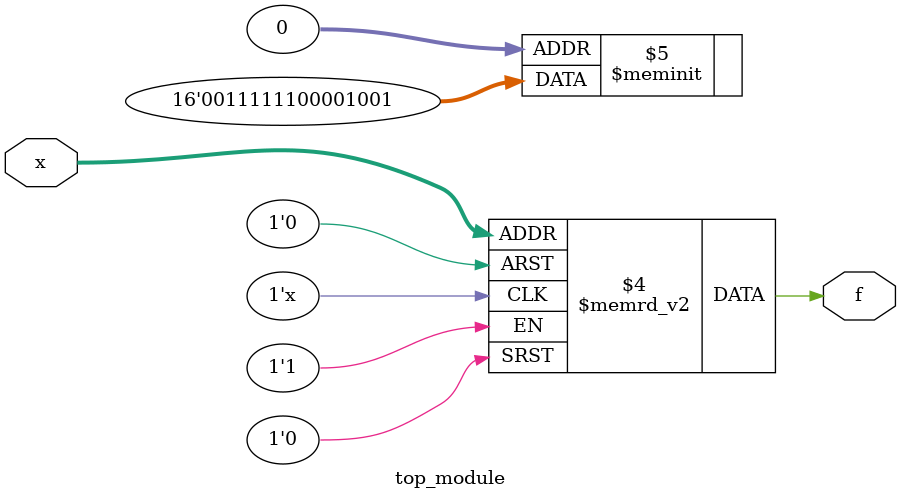
<source format=sv>
module top_module (
    input [4:1] x,
    output logic f
);
    always_comb begin
        case (x)
            4'b0000: f = 1'b1;
            4'b0001: f = 1'b0;
            4'b0011: f = 1'b1;
            4'b0010: f = 1'b0;
            4'b0110: f = 1'b0;
            4'b0111: f = 1'b0;
            4'b0101: f = 1'b0;
            4'b0100: f = 1'b0;
            4'b1000: f = 1'b1;
            4'b1001: f = 1'b1;
            4'b1101: f = 1'b1;
            4'b1100: f = 1'b1;
            4'b1110: f = 1'b0;
            4'b1111: f = 1'b0;
            4'b1011: f = 1'b1;
            4'b1010: f = 1'b1;
        endcase
    end
endmodule

</source>
